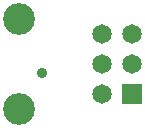
<source format=gbs>
G04*
G04 #@! TF.GenerationSoftware,Altium Limited,Altium Designer,19.1.5 (86)*
G04*
G04 Layer_Color=16711935*
%FSLAX25Y25*%
%MOIN*%
G70*
G01*
G75*
%ADD18C,0.10600*%
%ADD19C,0.06506*%
%ADD20R,0.06506X0.06506*%
%ADD21C,0.03600*%
D18*
X10000Y10000D02*
D03*
Y40000D02*
D03*
D19*
X37500Y35000D02*
D03*
X47500D02*
D03*
X37500Y25000D02*
D03*
X47500D02*
D03*
X37500Y15000D02*
D03*
D20*
X47500D02*
D03*
D21*
X17500Y22000D02*
D03*
M02*

</source>
